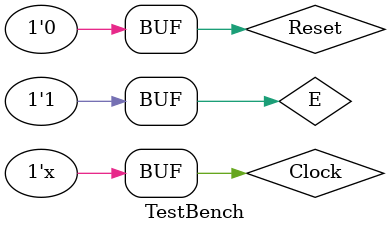
<source format=v>
`timescale 1ns / 1ps

module TestBench;

	// Inputs
	reg Clock;
	reg Reset;
	reg W,E,N,S;
	//wire [10:0] Col;
	//wire [10:0] Row;
	// Outputs
	//wire [7:0] oLed;
	//reg wUartTx,wUartRx;
	//wire [3:0] oVgaRed,oVgaGreen,oVgaBlue;
	wire oVgaVsync;
	wire oVgaHsync;
	//wire On;
	wire [3:0] R,G,B;
	// Instantiate the Unit Under Test (UUT)
Main Test
(
	.Clock(Clock), // 32 MHz frequency clock from papilio board.
	.Reset(Reset),	
	.iWest(W),
	.iEast(E),
	.iNorth(N),
	.iSouth(S),
	.oVgaVsync(oVgaVsync),
	.oVgaHsync(oVgaHsync),
	.oRed(R),
	.oGreen(G),
	.oBlue(B)
);

/*VgaController  Puta(
	.Clock(Clock),
	.Reset(Reset),
	.oVideoOn(On),
	.oColCurrent(Col),
	.oRowCurrent(Row),
	.oVgaVsync(oVgaVsync),
	.oVgaHsync(oVgaHsync)
);*/



	always
	begin
		//#(31.25/2)  Clock =  ! Clock;	//32Mhz
		#5  Clock =  ! Clock;	//32Mhz

	end

	initial begin
		// Initialize Inputs
		Clock = 0;
		Reset = 0;

		// Wait 100 ns for global reset to finish
		#20;
		Reset = 1;
		//wUartRx = 0;
		#10000
		
		Reset = 0;
		#1000
		E=1;
		/*#10000
		E=0;
		N=1;*/
	/*	#50
		#50
		#50
		#50
		#50
		#50
		wUartRx = 1;
		#50
		wUartRx = 0 ;
		#50
		wUartRx = 1;*/
        
		// Add stimulus here

	end
      
endmodule


</source>
